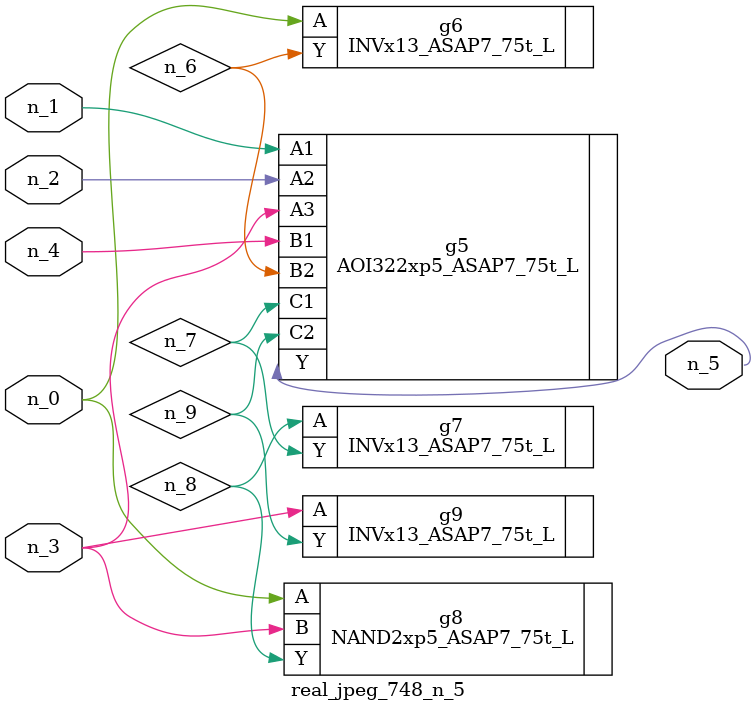
<source format=v>
module real_jpeg_748_n_5 (n_4, n_0, n_1, n_2, n_3, n_5);

input n_4;
input n_0;
input n_1;
input n_2;
input n_3;

output n_5;

wire n_8;
wire n_6;
wire n_7;
wire n_9;

INVx13_ASAP7_75t_L g6 ( 
.A(n_0),
.Y(n_6)
);

NAND2xp5_ASAP7_75t_L g8 ( 
.A(n_0),
.B(n_3),
.Y(n_8)
);

AOI322xp5_ASAP7_75t_L g5 ( 
.A1(n_1),
.A2(n_2),
.A3(n_3),
.B1(n_4),
.B2(n_6),
.C1(n_7),
.C2(n_9),
.Y(n_5)
);

INVx13_ASAP7_75t_L g9 ( 
.A(n_3),
.Y(n_9)
);

INVx13_ASAP7_75t_L g7 ( 
.A(n_8),
.Y(n_7)
);


endmodule
</source>
